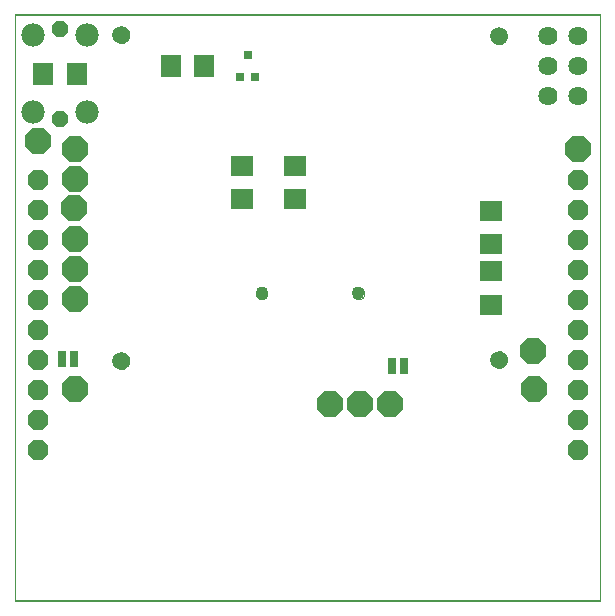
<source format=gbs>
G75*
G70*
%OFA0B0*%
%FSLAX24Y24*%
%IPPOS*%
%LPD*%
%AMOC8*
5,1,8,0,0,1.08239X$1,22.5*
%
%ADD10C,0.0000*%
%ADD11C,0.0434*%
%ADD12C,0.0591*%
%ADD13R,0.0749X0.0670*%
%ADD14OC8,0.0670*%
%ADD15R,0.0750X0.0670*%
%ADD16OC8,0.0890*%
%ADD17R,0.0290X0.0540*%
%ADD18C,0.0780*%
%ADD19R,0.0670X0.0750*%
%ADD20OC8,0.0560*%
%ADD21R,0.0276X0.0257*%
%ADD22C,0.0640*%
D10*
X000736Y000100D02*
X000736Y019663D01*
X020252Y019663D01*
X020252Y000100D01*
X000736Y000100D01*
X000750Y000128D02*
X000750Y019628D01*
X020250Y019628D01*
X020250Y000128D01*
X000750Y000128D01*
X004004Y008120D02*
X004006Y008153D01*
X004012Y008185D01*
X004021Y008216D01*
X004034Y008246D01*
X004051Y008274D01*
X004071Y008300D01*
X004094Y008324D01*
X004119Y008344D01*
X004147Y008362D01*
X004176Y008376D01*
X004207Y008386D01*
X004239Y008393D01*
X004272Y008396D01*
X004305Y008395D01*
X004337Y008390D01*
X004368Y008381D01*
X004399Y008369D01*
X004427Y008353D01*
X004454Y008334D01*
X004478Y008312D01*
X004499Y008287D01*
X004518Y008260D01*
X004533Y008231D01*
X004544Y008201D01*
X004552Y008169D01*
X004556Y008136D01*
X004556Y008104D01*
X004552Y008071D01*
X004544Y008039D01*
X004533Y008009D01*
X004518Y007980D01*
X004499Y007953D01*
X004478Y007928D01*
X004454Y007906D01*
X004427Y007887D01*
X004399Y007871D01*
X004368Y007859D01*
X004337Y007850D01*
X004305Y007845D01*
X004272Y007844D01*
X004239Y007847D01*
X004207Y007854D01*
X004176Y007864D01*
X004147Y007878D01*
X004119Y007896D01*
X004094Y007916D01*
X004071Y007940D01*
X004051Y007966D01*
X004034Y007994D01*
X004021Y008024D01*
X004012Y008055D01*
X004006Y008087D01*
X004004Y008120D01*
X008768Y010364D02*
X008770Y010391D01*
X008776Y010418D01*
X008785Y010444D01*
X008798Y010468D01*
X008814Y010491D01*
X008833Y010510D01*
X008855Y010527D01*
X008879Y010541D01*
X008904Y010551D01*
X008931Y010558D01*
X008958Y010561D01*
X008986Y010560D01*
X009013Y010555D01*
X009039Y010547D01*
X009063Y010535D01*
X009086Y010519D01*
X009107Y010501D01*
X009124Y010480D01*
X009139Y010456D01*
X009150Y010431D01*
X009158Y010405D01*
X009162Y010378D01*
X009162Y010350D01*
X009158Y010323D01*
X009150Y010297D01*
X009139Y010272D01*
X009124Y010248D01*
X009107Y010227D01*
X009086Y010209D01*
X009064Y010193D01*
X009039Y010181D01*
X009013Y010173D01*
X008986Y010168D01*
X008958Y010167D01*
X008931Y010170D01*
X008904Y010177D01*
X008879Y010187D01*
X008855Y010201D01*
X008833Y010218D01*
X008814Y010237D01*
X008798Y010260D01*
X008785Y010284D01*
X008776Y010310D01*
X008770Y010337D01*
X008768Y010364D01*
X011996Y010364D02*
X011998Y010391D01*
X012004Y010418D01*
X012013Y010444D01*
X012026Y010468D01*
X012042Y010491D01*
X012061Y010510D01*
X012083Y010527D01*
X012107Y010541D01*
X012132Y010551D01*
X012159Y010558D01*
X012186Y010561D01*
X012214Y010560D01*
X012241Y010555D01*
X012267Y010547D01*
X012291Y010535D01*
X012314Y010519D01*
X012335Y010501D01*
X012352Y010480D01*
X012367Y010456D01*
X012378Y010431D01*
X012386Y010405D01*
X012390Y010378D01*
X012390Y010350D01*
X012386Y010323D01*
X012378Y010297D01*
X012367Y010272D01*
X012352Y010248D01*
X012335Y010227D01*
X012314Y010209D01*
X012292Y010193D01*
X012267Y010181D01*
X012241Y010173D01*
X012214Y010168D01*
X012186Y010167D01*
X012159Y010170D01*
X012132Y010177D01*
X012107Y010187D01*
X012083Y010201D01*
X012061Y010218D01*
X012042Y010237D01*
X012026Y010260D01*
X012013Y010284D01*
X012004Y010310D01*
X011998Y010337D01*
X011996Y010364D01*
X016602Y008159D02*
X016604Y008192D01*
X016610Y008224D01*
X016619Y008255D01*
X016632Y008285D01*
X016649Y008313D01*
X016669Y008339D01*
X016692Y008363D01*
X016717Y008383D01*
X016745Y008401D01*
X016774Y008415D01*
X016805Y008425D01*
X016837Y008432D01*
X016870Y008435D01*
X016903Y008434D01*
X016935Y008429D01*
X016966Y008420D01*
X016997Y008408D01*
X017025Y008392D01*
X017052Y008373D01*
X017076Y008351D01*
X017097Y008326D01*
X017116Y008299D01*
X017131Y008270D01*
X017142Y008240D01*
X017150Y008208D01*
X017154Y008175D01*
X017154Y008143D01*
X017150Y008110D01*
X017142Y008078D01*
X017131Y008048D01*
X017116Y008019D01*
X017097Y007992D01*
X017076Y007967D01*
X017052Y007945D01*
X017025Y007926D01*
X016997Y007910D01*
X016966Y007898D01*
X016935Y007889D01*
X016903Y007884D01*
X016870Y007883D01*
X016837Y007886D01*
X016805Y007893D01*
X016774Y007903D01*
X016745Y007917D01*
X016717Y007935D01*
X016692Y007955D01*
X016669Y007979D01*
X016649Y008005D01*
X016632Y008033D01*
X016619Y008063D01*
X016610Y008094D01*
X016604Y008126D01*
X016602Y008159D01*
X016602Y018946D02*
X016604Y018979D01*
X016610Y019011D01*
X016619Y019042D01*
X016632Y019072D01*
X016649Y019100D01*
X016669Y019126D01*
X016692Y019150D01*
X016717Y019170D01*
X016745Y019188D01*
X016774Y019202D01*
X016805Y019212D01*
X016837Y019219D01*
X016870Y019222D01*
X016903Y019221D01*
X016935Y019216D01*
X016966Y019207D01*
X016997Y019195D01*
X017025Y019179D01*
X017052Y019160D01*
X017076Y019138D01*
X017097Y019113D01*
X017116Y019086D01*
X017131Y019057D01*
X017142Y019027D01*
X017150Y018995D01*
X017154Y018962D01*
X017154Y018930D01*
X017150Y018897D01*
X017142Y018865D01*
X017131Y018835D01*
X017116Y018806D01*
X017097Y018779D01*
X017076Y018754D01*
X017052Y018732D01*
X017025Y018713D01*
X016997Y018697D01*
X016966Y018685D01*
X016935Y018676D01*
X016903Y018671D01*
X016870Y018670D01*
X016837Y018673D01*
X016805Y018680D01*
X016774Y018690D01*
X016745Y018704D01*
X016717Y018722D01*
X016692Y018742D01*
X016669Y018766D01*
X016649Y018792D01*
X016632Y018820D01*
X016619Y018850D01*
X016610Y018881D01*
X016604Y018913D01*
X016602Y018946D01*
X004004Y018986D02*
X004006Y019019D01*
X004012Y019051D01*
X004021Y019082D01*
X004034Y019112D01*
X004051Y019140D01*
X004071Y019166D01*
X004094Y019190D01*
X004119Y019210D01*
X004147Y019228D01*
X004176Y019242D01*
X004207Y019252D01*
X004239Y019259D01*
X004272Y019262D01*
X004305Y019261D01*
X004337Y019256D01*
X004368Y019247D01*
X004399Y019235D01*
X004427Y019219D01*
X004454Y019200D01*
X004478Y019178D01*
X004499Y019153D01*
X004518Y019126D01*
X004533Y019097D01*
X004544Y019067D01*
X004552Y019035D01*
X004556Y019002D01*
X004556Y018970D01*
X004552Y018937D01*
X004544Y018905D01*
X004533Y018875D01*
X004518Y018846D01*
X004499Y018819D01*
X004478Y018794D01*
X004454Y018772D01*
X004427Y018753D01*
X004399Y018737D01*
X004368Y018725D01*
X004337Y018716D01*
X004305Y018711D01*
X004272Y018710D01*
X004239Y018713D01*
X004207Y018720D01*
X004176Y018730D01*
X004147Y018744D01*
X004119Y018762D01*
X004094Y018782D01*
X004071Y018806D01*
X004051Y018832D01*
X004034Y018860D01*
X004021Y018890D01*
X004012Y018921D01*
X004006Y018953D01*
X004004Y018986D01*
D11*
X008965Y010364D03*
X012193Y010364D03*
D12*
X016878Y008159D03*
X016878Y018946D03*
X004280Y018986D03*
X004280Y008120D03*
D13*
X008331Y013513D03*
X008331Y014616D03*
X010079Y014608D03*
X010079Y013506D03*
X016621Y013104D03*
X016621Y012002D03*
D14*
X019500Y012128D03*
X019500Y013128D03*
X019500Y014128D03*
X019500Y011128D03*
X019500Y010128D03*
X019500Y009128D03*
X019500Y008128D03*
X019500Y007128D03*
X019500Y006128D03*
X019500Y005128D03*
X001500Y005128D03*
X001500Y006128D03*
X001500Y007128D03*
X001500Y008128D03*
X001500Y009128D03*
X001500Y010128D03*
X001500Y011128D03*
X001500Y012128D03*
X001500Y013128D03*
X001500Y014128D03*
D15*
X016612Y011101D03*
X016612Y009981D03*
D16*
X018000Y008443D03*
X018039Y007179D03*
X013250Y006693D03*
X012250Y006693D03*
X011250Y006693D03*
X002750Y007193D03*
X002750Y010193D03*
X002750Y011193D03*
X002750Y012193D03*
X002729Y013199D03*
X002750Y014193D03*
X002750Y015193D03*
X001500Y015443D03*
X019500Y015193D03*
D17*
X013700Y007943D03*
X013300Y007943D03*
X002700Y008193D03*
X002300Y008193D03*
D18*
X003140Y016413D03*
X001360Y016413D03*
X001360Y018973D03*
X003140Y018973D03*
D19*
X002810Y017693D03*
X001690Y017693D03*
X005940Y017943D03*
X007060Y017943D03*
D20*
X002250Y019193D03*
X002250Y016193D03*
D21*
X008244Y017578D03*
X008756Y017578D03*
X008500Y018307D03*
D22*
X018500Y017943D03*
X019500Y017943D03*
X019500Y018943D03*
X018500Y018943D03*
X018500Y016943D03*
X019500Y016943D03*
M02*

</source>
